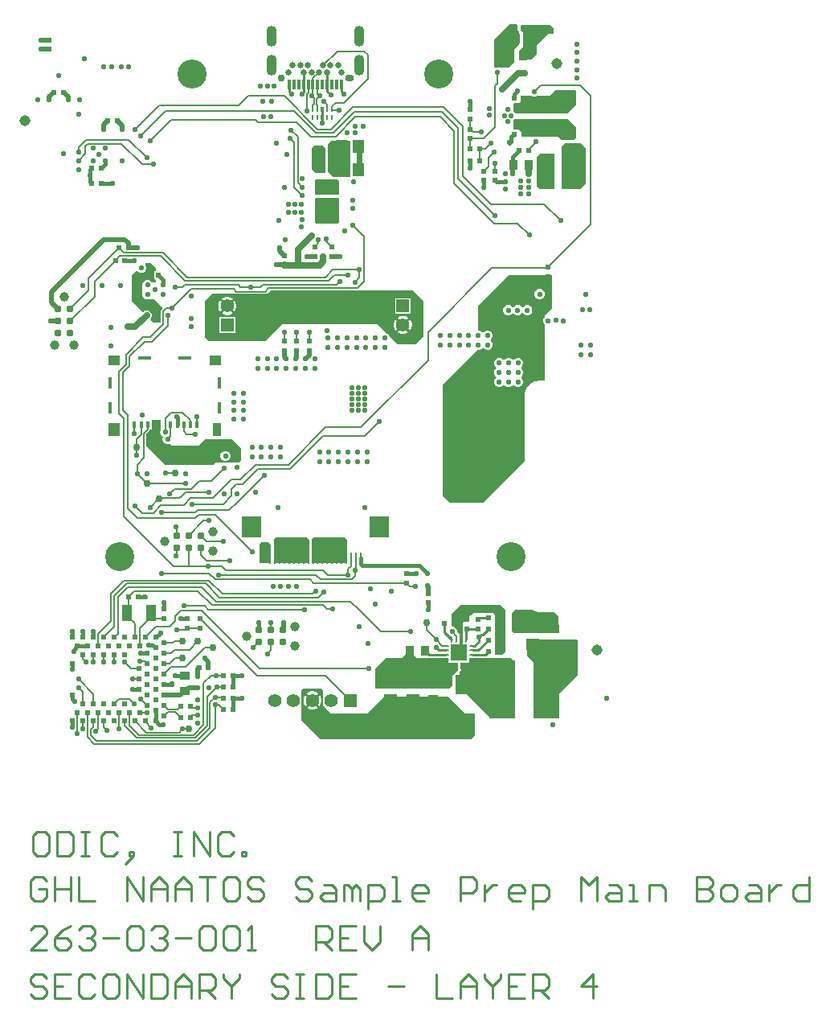
<source format=gbl>
G04*
G04 #@! TF.GenerationSoftware,Altium Limited,Altium Designer,24.9.1 (31)*
G04*
G04 Layer_Physical_Order=4*
G04 Layer_Color=16711680*
%FSLAX44Y44*%
%MOMM*%
G71*
G04*
G04 #@! TF.SameCoordinates,6C7A866E-41A3-4D12-9BD4-ECE58917465C*
G04*
G04*
G04 #@! TF.FilePolarity,Positive*
G04*
G01*
G75*
%ADD10C,0.2500*%
%ADD12C,0.2000*%
%ADD13C,0.1524*%
%ADD15C,0.1270*%
%ADD18C,0.2540*%
%ADD24R,0.6000X0.6000*%
%ADD25R,0.6000X0.6000*%
%ADD33R,1.0000X0.9500*%
%ADD45R,0.9500X1.0000*%
%ADD50R,1.4500X1.1500*%
%ADD132C,1.1430*%
%ADD133C,0.3810*%
%ADD134C,0.5000*%
%ADD136C,0.6350*%
%ADD137C,0.2400*%
%ADD138C,0.6000*%
%ADD139C,0.9906*%
%ADD140O,1.1000X2.2000*%
%ADD141C,0.6500*%
%ADD142O,0.9500X0.7500*%
%ADD143C,0.7500*%
%ADD144C,1.3970*%
%ADD145R,1.3970X1.3970*%
%ADD146R,1.3970X1.3970*%
%ADD147C,3.0480*%
%ADD148C,0.5588*%
%ADD149C,0.7620*%
%ADD150R,1.1500X1.4500*%
%ADD151R,0.3000X1.1000*%
%ADD152C,0.7874*%
%ADD153R,1.3000X1.4000*%
%ADD154R,0.4000X1.2000*%
%ADD155R,0.9500X1.4000*%
%ADD156R,0.4500X0.7000*%
%ADD157R,1.3000X1.0000*%
%ADD158R,1.4000X0.4000*%
%ADD159R,2.7000X6.2000*%
%ADD160R,2.0066X2.0066*%
%ADD161R,0.5080X0.5080*%
%ADD162R,0.5080X0.5080*%
%ADD163R,1.0000X1.8000*%
%ADD164R,1.6600X1.6600*%
G04:AMPARAMS|DCode=165|XSize=0.6mm|YSize=0.24mm|CornerRadius=0.06mm|HoleSize=0mm|Usage=FLASHONLY|Rotation=270.000|XOffset=0mm|YOffset=0mm|HoleType=Round|Shape=RoundedRectangle|*
%AMROUNDEDRECTD165*
21,1,0.6000,0.1200,0,0,270.0*
21,1,0.4800,0.2400,0,0,270.0*
1,1,0.1200,-0.0600,-0.2400*
1,1,0.1200,-0.0600,0.2400*
1,1,0.1200,0.0600,0.2400*
1,1,0.1200,0.0600,-0.2400*
%
%ADD165ROUNDEDRECTD165*%
G04:AMPARAMS|DCode=166|XSize=0.6mm|YSize=0.24mm|CornerRadius=0.06mm|HoleSize=0mm|Usage=FLASHONLY|Rotation=0.000|XOffset=0mm|YOffset=0mm|HoleType=Round|Shape=RoundedRectangle|*
%AMROUNDEDRECTD166*
21,1,0.6000,0.1200,0,0,0.0*
21,1,0.4800,0.2400,0,0,0.0*
1,1,0.1200,0.2400,-0.0600*
1,1,0.1200,-0.2400,-0.0600*
1,1,0.1200,-0.2400,0.0600*
1,1,0.1200,0.2400,0.0600*
%
%ADD166ROUNDEDRECTD166*%
%ADD167R,0.2000X0.5500*%
%ADD168R,0.4000X0.5500*%
%ADD169R,2.0000X2.2000*%
%ADD170R,0.2500X1.3000*%
%ADD171C,0.7000*%
G36*
X577000Y767000D02*
Y762000D01*
X576000Y761000D01*
X571000D01*
X559000Y749000D01*
Y740000D01*
X553000Y734000D01*
X540000D01*
Y743000D01*
X545000Y748000D01*
Y763000D01*
X542000Y766000D01*
Y770000D01*
X543000Y771000D01*
X573000D01*
X577000Y767000D01*
D02*
G37*
G36*
X538975Y770172D02*
X538941Y770000D01*
X538941Y770000D01*
Y766000D01*
X539174Y764829D01*
X539837Y763837D01*
X540000Y763674D01*
X540000Y750000D01*
X535000Y745000D01*
Y732000D01*
X529000Y726000D01*
X518426D01*
X518373Y726022D01*
X516251D01*
X516199Y726000D01*
X514000D01*
Y755000D01*
X530320Y771320D01*
X537998D01*
X538975Y770172D01*
D02*
G37*
G36*
X600373Y701354D02*
Y686354D01*
X591373Y677354D01*
X536982D01*
X536834Y677709D01*
X535334Y679210D01*
X534374Y679607D01*
Y687354D01*
X535373Y688354D01*
X540373D01*
X542374Y690354D01*
Y696354D01*
X553353D01*
X553416Y696291D01*
X555377Y695479D01*
X557499D01*
X559459Y696291D01*
X559522Y696354D01*
X572374D01*
X578373Y702354D01*
X599374D01*
X600373Y701354D01*
D02*
G37*
G36*
Y663354D02*
Y651354D01*
X598373Y649354D01*
X585373D01*
X581373Y653354D01*
X547374D01*
X540374Y660354D01*
X534374D01*
Y669768D01*
X535334Y670166D01*
X536522Y671354D01*
X592374D01*
X600373Y663354D01*
D02*
G37*
G36*
X335941Y641184D02*
Y617000D01*
X335941Y617000D01*
X336000Y616704D01*
Y614875D01*
X326000D01*
X322250Y618625D01*
X322250Y640875D01*
X325250Y643875D01*
X333250D01*
X335941Y641184D01*
D02*
G37*
G36*
X363000Y611000D02*
X345000D01*
X339000Y617000D01*
Y645000D01*
X343000Y649000D01*
X363000D01*
Y611000D01*
D02*
G37*
G36*
X611000Y641000D02*
Y604000D01*
X605000Y598000D01*
X585000D01*
Y642000D01*
X589000Y646000D01*
X606000D01*
X611000Y641000D01*
D02*
G37*
G36*
X578000Y598000D02*
X562000D01*
X559000Y601000D01*
Y632000D01*
X562000Y635000D01*
X578000D01*
Y598000D01*
D02*
G37*
G36*
X345000Y607941D02*
X345000Y607941D01*
X349059D01*
X351000Y606000D01*
X351000Y593000D01*
X350000Y592000D01*
X326000D01*
X325000Y593000D01*
X325000Y607000D01*
X326000Y608000D01*
X344704D01*
X345000Y607941D01*
D02*
G37*
G36*
X351000Y588000D02*
Y564000D01*
X349000Y562000D01*
X327000D01*
X325000Y564000D01*
Y588000D01*
X325951Y588951D01*
X326000Y588941D01*
X326000Y588941D01*
X350000D01*
X350000Y588941D01*
X350049Y588951D01*
X351000Y588000D01*
D02*
G37*
G36*
X157500Y515000D02*
X157500Y511770D01*
X155730D01*
Y503230D01*
X156602D01*
X157500Y502332D01*
Y500000D01*
X153531D01*
X153522Y500022D01*
X152021Y501522D01*
X150061Y502334D01*
X147939D01*
X145978Y501522D01*
X144478Y500022D01*
X143666Y498061D01*
Y484791D01*
X146791Y481666D01*
X155834D01*
X164505Y472995D01*
Y471435D01*
X163535Y470465D01*
X163086Y469793D01*
X162928Y469000D01*
X162928Y469000D01*
Y457928D01*
X162500Y457500D01*
X155000D01*
X151522Y460978D01*
X152522Y461979D01*
X153334Y463939D01*
Y466061D01*
X152522Y468022D01*
X151021Y469522D01*
X149061Y470334D01*
X146939D01*
X144979Y469522D01*
X143978Y468522D01*
X132500Y480000D01*
Y507500D01*
X137144Y512144D01*
X137978Y511978D01*
X139479Y510478D01*
X141439Y509666D01*
X143561D01*
X145521Y510478D01*
X147022Y511979D01*
X147834Y513939D01*
Y516061D01*
X147022Y518022D01*
X146313Y518730D01*
X146840Y520000D01*
X152500D01*
X157500Y515000D01*
D02*
G37*
G36*
X429000Y491000D02*
X440000Y480000D01*
X440000Y443000D01*
X432000Y435000D01*
X412000D01*
X403906Y443094D01*
X403522Y444021D01*
X402021Y445522D01*
X401094Y445906D01*
X391000Y456000D01*
X291000D01*
X273000Y438000D01*
X213000Y438000D01*
X209000Y442000D01*
X209000Y480000D01*
X217000Y488000D01*
X242139Y488000D01*
X242500Y487928D01*
X242500Y487928D01*
X272500D01*
X272500Y487928D01*
X272861Y488000D01*
X275500D01*
X278500Y491000D01*
X429000Y491000D01*
D02*
G37*
G36*
X575000Y472500D02*
X567500Y465000D01*
Y463543D01*
X566478Y462522D01*
X565666Y460561D01*
Y458439D01*
X566478Y456479D01*
X567500Y455457D01*
Y396166D01*
X561340D01*
X560841Y396101D01*
X560339Y396117D01*
X559358Y396019D01*
X559202Y395982D01*
X559042D01*
X557923Y395682D01*
X556795Y395418D01*
X556654Y395342D01*
X556499Y395301D01*
X554668Y394542D01*
X554095Y394212D01*
X553485Y393959D01*
X552960Y393556D01*
X552388Y393226D01*
X551920Y392758D01*
X551396Y392356D01*
X549994Y390954D01*
X549592Y390430D01*
X549124Y389962D01*
X548794Y389390D01*
X548391Y388865D01*
X548138Y388255D01*
X547808Y387682D01*
X547049Y385851D01*
X547006Y385690D01*
X546928Y385544D01*
X546666Y384421D01*
X546368Y383308D01*
Y383141D01*
X546330Y382979D01*
X546232Y381988D01*
X546249Y381492D01*
X546184Y381001D01*
X546180Y311180D01*
X502500Y267500D01*
X467500D01*
X460000Y275000D01*
Y392500D01*
X496227Y428727D01*
X496375Y428666D01*
X498497D01*
X500458Y429478D01*
X501662Y430683D01*
X502436Y430866D01*
X503210Y430683D01*
X504415Y429478D01*
X506375Y428666D01*
X508497D01*
X510458Y429478D01*
X511958Y430979D01*
X512770Y432939D01*
Y435061D01*
X511958Y437021D01*
X510754Y438226D01*
X510571Y439000D01*
X510754Y439774D01*
X511958Y440979D01*
X512770Y442939D01*
Y445061D01*
X511958Y447021D01*
X510458Y448522D01*
X508497Y449334D01*
X506375D01*
X504415Y448522D01*
X503210Y447317D01*
X502436Y447135D01*
X501662Y447317D01*
X500458Y448522D01*
X498497Y449334D01*
X497500D01*
Y475000D01*
X530000Y507500D01*
X575000D01*
Y472500D01*
D02*
G37*
G36*
X162500Y344367D02*
X162166Y343561D01*
Y341439D01*
X162500Y340633D01*
Y340000D01*
X162947Y339552D01*
X162978Y339478D01*
X164478Y337978D01*
X164552Y337947D01*
X165185Y337315D01*
X164666Y336061D01*
Y333939D01*
X165478Y331978D01*
X166978Y330478D01*
X168939Y329666D01*
X171061D01*
X172315Y330185D01*
X175000Y327500D01*
X202500D01*
X210000Y335000D01*
X237500D01*
X247500Y325000D01*
Y312500D01*
X245000Y310000D01*
X244868D01*
X244061Y310334D01*
X241939D01*
X241132Y310000D01*
X220000Y310000D01*
X217500Y307500D01*
X167500D01*
X147500Y327500D01*
Y340570D01*
X150665Y343735D01*
X150665Y343735D01*
X150934Y344138D01*
X151114Y344407D01*
X151232Y345000D01*
X153450D01*
Y355000D01*
X162500D01*
X162500Y344367D01*
D02*
G37*
G36*
X359000Y229000D02*
Y204000D01*
X322059D01*
Y229000D01*
X322059Y229000D01*
X322049Y229049D01*
X324000Y231000D01*
X357000D01*
X359000Y229000D01*
D02*
G37*
G36*
X319000Y229000D02*
Y204000D01*
X282000D01*
X282000Y229000D01*
X284000Y231000D01*
X317000D01*
X319000Y229000D01*
D02*
G37*
G36*
X278941Y223059D02*
X278941Y204000D01*
X268000D01*
X267000Y205000D01*
Y224000D01*
X269000Y226000D01*
X276000D01*
X278941Y223059D01*
D02*
G37*
G36*
X554840Y154784D02*
X555412Y154454D01*
X557244Y153695D01*
X557404Y153652D01*
X557551Y153574D01*
X558674Y153312D01*
X559787Y153014D01*
X559953D01*
X560115Y152976D01*
X561106Y152879D01*
X561603Y152895D01*
X562095Y152830D01*
X577170D01*
X582000Y148000D01*
Y131000D01*
X535000D01*
X533000Y133000D01*
Y152000D01*
X536000Y155000D01*
X554320D01*
X554840Y154784D01*
D02*
G37*
G36*
X526000Y155000D02*
Y111000D01*
X523000Y108000D01*
X515000D01*
Y150000D01*
X513000Y152000D01*
X493000D01*
X490000Y149000D01*
X489000D01*
X481000Y141000D01*
Y139270D01*
X480730D01*
Y130730D01*
X481000D01*
Y117500D01*
X478000D01*
Y130000D01*
X475334Y132666D01*
Y133061D01*
X474522Y135021D01*
X473022Y136522D01*
X471061Y137334D01*
X470666D01*
X469000Y139000D01*
Y150000D01*
X479000Y160000D01*
X521000D01*
X526000Y155000D01*
D02*
G37*
G36*
X429000Y108000D02*
X433000Y104000D01*
X466000D01*
Y99000D01*
X476000D01*
Y92000D01*
X470000Y86000D01*
X470000Y75000D01*
X467000Y72000D01*
X456000D01*
X390000Y72000D01*
X389000Y73000D01*
X389000Y93000D01*
X400000Y104000D01*
X417000D01*
X421000Y108000D01*
Y116000D01*
X429000D01*
Y108000D01*
D02*
G37*
G36*
X602000Y123000D02*
Y87000D01*
X580000Y65000D01*
Y41000D01*
X556000D01*
Y100000D01*
X549000Y107000D01*
Y124000D01*
X601000D01*
X602000Y123000D01*
D02*
G37*
G36*
X534000Y102000D02*
Y69000D01*
Y41000D01*
X511000D01*
X484000Y68000D01*
X478000D01*
Y89674D01*
X478163Y89837D01*
X478826Y90829D01*
X479059Y92000D01*
X479059Y92000D01*
Y99000D01*
X488000D01*
Y104000D01*
X532000D01*
X534000Y102000D01*
D02*
G37*
G36*
X334000Y70000D02*
X334000Y54000D01*
X342000Y46000D01*
X380000Y46000D01*
X398000Y64000D01*
X466000D01*
X494000Y36000D01*
Y23000D01*
X490000Y19000D01*
X331000D01*
X311000Y39000D01*
Y70000D01*
X313000Y72000D01*
X332000Y72000D01*
X334000Y70000D01*
D02*
G37*
%LPC*%
G36*
X234254Y484525D02*
X231746D01*
X229323Y483876D01*
X227166Y482630D01*
X233000Y476796D01*
X238834Y482630D01*
X236677Y483876D01*
X234254Y484525D01*
D02*
G37*
G36*
X225370Y480834D02*
X224124Y478676D01*
X223475Y476254D01*
Y473746D01*
X224124Y471324D01*
X225370Y469166D01*
X231204Y475000D01*
X225370Y480834D01*
D02*
G37*
G36*
X240630Y480834D02*
X234796Y475000D01*
X240630Y469166D01*
X241876Y471324D01*
X242525Y473746D01*
Y476254D01*
X241876Y478676D01*
X240630Y480834D01*
D02*
G37*
G36*
X426255Y483255D02*
X409745D01*
Y476087D01*
Y473913D01*
Y466745D01*
X426255D01*
Y483255D01*
D02*
G37*
G36*
X233000Y473204D02*
X227166Y467370D01*
X229323Y466124D01*
X231746Y465475D01*
X234254D01*
X236677Y466124D01*
X238834Y467370D01*
X233000Y473204D01*
D02*
G37*
G36*
X419254Y464525D02*
X416746D01*
X414324Y463876D01*
X412166Y462630D01*
X418000Y456796D01*
X423834Y462630D01*
X421676Y463876D01*
X419254Y464525D01*
D02*
G37*
G36*
X410370Y460834D02*
X409124Y458676D01*
X408475Y456254D01*
Y453746D01*
X409124Y451324D01*
X410370Y449166D01*
X416204Y455000D01*
X410370Y460834D01*
D02*
G37*
G36*
X425630Y460834D02*
X419796Y455000D01*
X425630Y449166D01*
X426876Y451324D01*
X427525Y453746D01*
Y456254D01*
X426876Y458676D01*
X425630Y460834D01*
D02*
G37*
G36*
X241255Y463255D02*
X224745D01*
Y456087D01*
Y453913D01*
Y446745D01*
X241255D01*
Y463255D01*
D02*
G37*
G36*
X418000Y453204D02*
X412166Y447370D01*
X414324Y446124D01*
X416746Y445475D01*
X419254D01*
X421676Y446124D01*
X423834Y447370D01*
X418000Y453204D01*
D02*
G37*
G36*
X563061Y492834D02*
X560939D01*
X558979Y492022D01*
X557478Y490521D01*
X556666Y488561D01*
Y486439D01*
X557478Y484478D01*
X558979Y482978D01*
X560939Y482166D01*
X563061D01*
X565022Y482978D01*
X566522Y484478D01*
X567334Y486439D01*
Y488561D01*
X566522Y490521D01*
X565022Y492022D01*
X563061Y492834D01*
D02*
G37*
G36*
X550061Y475834D02*
X547939D01*
X545979Y475022D01*
X544774Y473817D01*
X544000Y473634D01*
X543226Y473817D01*
X542021Y475022D01*
X540061Y475834D01*
X537939D01*
X535979Y475022D01*
X534774Y473817D01*
X534000Y473634D01*
X533226Y473817D01*
X532021Y475022D01*
X530061Y475834D01*
X527939D01*
X525979Y475022D01*
X524478Y473521D01*
X523666Y471561D01*
Y469439D01*
X524478Y467478D01*
X525979Y465978D01*
X527939Y465166D01*
X530061D01*
X532021Y465978D01*
X533226Y467183D01*
X534000Y467365D01*
X534774Y467183D01*
X535979Y465978D01*
X537939Y465166D01*
X540061D01*
X542021Y465978D01*
X543226Y467183D01*
X544000Y467365D01*
X544774Y467183D01*
X545979Y465978D01*
X547939Y465166D01*
X550061D01*
X552021Y465978D01*
X553522Y467478D01*
X554334Y469439D01*
Y471561D01*
X553522Y473521D01*
X552021Y475022D01*
X550061Y475834D01*
D02*
G37*
G36*
X540497Y420334D02*
X538375D01*
X536415Y419522D01*
X535210Y418317D01*
X534436Y418134D01*
X533662Y418317D01*
X532458Y419522D01*
X530497Y420334D01*
X528375D01*
X526415Y419522D01*
X525210Y418317D01*
X524436Y418134D01*
X523662Y418317D01*
X522458Y419522D01*
X520497Y420334D01*
X518375D01*
X516415Y419522D01*
X514914Y418022D01*
X514102Y416061D01*
Y413939D01*
X514914Y411979D01*
X516119Y410774D01*
X516302Y410000D01*
X516119Y409226D01*
X514914Y408022D01*
X514102Y406061D01*
Y403939D01*
X514914Y401979D01*
X516119Y400774D01*
X516302Y400000D01*
X516119Y399226D01*
X514914Y398022D01*
X514102Y396061D01*
Y393939D01*
X514914Y391979D01*
X516415Y390478D01*
X518375Y389666D01*
X520497D01*
X522458Y390478D01*
X523662Y391683D01*
X524436Y391866D01*
X525210Y391683D01*
X526415Y390478D01*
X528375Y389666D01*
X530497D01*
X532458Y390478D01*
X533662Y391683D01*
X534436Y391866D01*
X535210Y391683D01*
X536415Y390478D01*
X538375Y389666D01*
X540497D01*
X542458Y390478D01*
X543958Y391979D01*
X544770Y393939D01*
Y396061D01*
X543958Y398022D01*
X542754Y399226D01*
X542571Y400000D01*
X542754Y400774D01*
X543958Y401979D01*
X544770Y403939D01*
Y406061D01*
X543958Y408022D01*
X542754Y409226D01*
X542571Y410000D01*
X542754Y410774D01*
X543958Y411979D01*
X544770Y413939D01*
Y416061D01*
X543958Y418022D01*
X542458Y419522D01*
X540497Y420334D01*
D02*
G37*
G36*
X232061Y322334D02*
X229939D01*
X227979Y321522D01*
X226478Y320022D01*
X225666Y318061D01*
Y315939D01*
X226478Y313979D01*
X227979Y312478D01*
X229939Y311666D01*
X232061D01*
X234022Y312478D01*
X235522Y313979D01*
X236334Y315939D01*
Y318061D01*
X235522Y320022D01*
X234022Y321522D01*
X232061Y322334D01*
D02*
G37*
G36*
X323912Y69275D02*
X321404D01*
X318981Y68626D01*
X316824Y67380D01*
X322658Y61546D01*
X328492Y67380D01*
X326334Y68626D01*
X323912Y69275D01*
D02*
G37*
G36*
X315028Y65584D02*
X313782Y63426D01*
X313133Y61004D01*
Y58496D01*
X313782Y56073D01*
X315028Y53916D01*
X320862Y59750D01*
X315028Y65584D01*
D02*
G37*
G36*
X330288Y65584D02*
X324454Y59750D01*
X330288Y53916D01*
X331534Y56073D01*
X332183Y58496D01*
Y61004D01*
X331534Y63426D01*
X330288Y65584D01*
D02*
G37*
G36*
X322658Y57954D02*
X316824Y52120D01*
X318981Y50874D01*
X321404Y50225D01*
X323912D01*
X326334Y50874D01*
X328492Y52120D01*
X322658Y57954D01*
D02*
G37*
%LPD*%
D10*
X333000Y667000D02*
Y682250D01*
Y667000D02*
X333000Y667000D01*
X298200Y700800D02*
X301000Y698000D01*
X298200Y700800D02*
Y707900D01*
X353200Y700800D02*
X356000Y698000D01*
X353200Y700800D02*
Y707900D01*
X432000Y193000D02*
X432000Y193000D01*
X313200Y699200D02*
Y707900D01*
X312000Y698000D02*
X313200Y699200D01*
X338200Y700800D02*
X342000Y697000D01*
X338200Y700800D02*
Y707900D01*
X313200Y720500D02*
X313700Y721000D01*
X313200Y707900D02*
Y720500D01*
X337700Y721000D02*
X338200Y720500D01*
Y707900D02*
Y720500D01*
D12*
X443000Y134000D02*
X453000Y124000D01*
X443000Y134000D02*
Y142000D01*
X265000Y668000D02*
X306161D01*
X321161Y653000D01*
X347000D01*
X368000Y674000D02*
X457000D01*
X347000Y653000D02*
X368000Y674000D01*
X457000D02*
X472000Y659000D01*
X459000Y679000D02*
X476000Y662000D01*
X367000Y679000D02*
X459000D01*
X345000Y657000D02*
X367000Y679000D01*
X461000Y684000D02*
X481250Y663750D01*
X342000Y661000D02*
X365000Y684000D01*
X461000D01*
X328000Y661000D02*
X342000D01*
X293000Y696000D02*
X328000Y661000D01*
X326000Y657000D02*
X345000D01*
X245000Y686000D02*
X255000Y696000D01*
X136000Y661000D02*
X161000Y686000D01*
X245000D01*
X255000Y696000D02*
X293000D01*
X168000Y680000D02*
X303000D01*
X326000Y657000D01*
X142000Y654000D02*
X168000Y680000D01*
X173500Y670500D02*
X262500D01*
X265000Y668000D01*
X152000Y649000D02*
X173500Y670500D01*
X472000Y604000D02*
Y659000D01*
Y604000D02*
X514000Y562000D01*
X476000Y609000D02*
Y662000D01*
Y609000D02*
X515000Y570000D01*
X481250Y611750D02*
Y663750D01*
Y611750D02*
X498064Y594936D01*
X514000Y562000D02*
X539000D01*
X567000Y582000D02*
X584000Y565000D01*
X511000Y582000D02*
X567000D01*
X498064Y594936D02*
X511000Y582000D01*
X498064Y594936D02*
X498064D01*
X539000Y562000D02*
X551000Y550000D01*
X453000Y124000D02*
X459500Y117500D01*
X463000D01*
D13*
X186000Y30000D02*
X192000D01*
X168000Y299000D02*
X178000D01*
X142200Y339700D02*
Y350100D01*
X137500Y335000D02*
X142200Y339700D01*
X145000Y341000D02*
X149200Y345200D01*
X138000Y308000D02*
X145000Y315000D01*
Y341000D01*
X163000Y265000D02*
X187000D01*
X155000Y257000D02*
X163000Y265000D01*
X187000D02*
X194500Y272500D01*
X152000Y263000D02*
X161500Y272500D01*
X145500Y437500D02*
X153500D01*
X170000Y454000D02*
Y465000D01*
X153500Y437500D02*
X170000Y454000D01*
X165000Y456000D02*
Y469000D01*
X151500Y442500D02*
X165000Y456000D01*
X144500Y442500D02*
X151500D01*
X126000Y413000D02*
Y424000D01*
X144500Y442500D01*
X129794Y421794D02*
X145500Y437500D01*
X129794Y411794D02*
Y421794D01*
X119000Y406000D02*
X126000Y413000D01*
X123000Y365000D02*
Y405000D01*
X129794Y411794D01*
X119000Y362000D02*
Y406000D01*
X188000Y497000D02*
X245000D01*
X247000Y495000D01*
X257500D01*
X270000Y497500D02*
X348500D01*
X267500Y495000D02*
X270000Y497500D01*
X257500Y495000D02*
X267500D01*
X272500Y490000D02*
X276500Y494000D01*
X348500Y497500D02*
X352000Y501000D01*
X276500Y494000D02*
X370088D01*
X242500Y490000D02*
X272500D01*
X239500Y493000D02*
X242500Y490000D01*
X195000Y493000D02*
X239500D01*
X165000Y469000D02*
X169000Y473000D01*
X188156Y501844D02*
X339844D01*
X162500Y527500D02*
X188156Y501844D01*
X191000Y505000D02*
X336000D01*
X165000Y531000D02*
X191000Y505000D01*
X120000Y527500D02*
X162500D01*
X186000Y495000D02*
X188000Y497000D01*
X178000Y495000D02*
X186000D01*
X115000Y522500D02*
X120000Y527500D01*
X93000Y484650D02*
Y500500D01*
X110000Y517500D01*
X115000Y522500D01*
X367500Y500000D02*
X372000Y504500D01*
Y513000D01*
X370088Y494000D02*
X377000Y500913D01*
X339844Y501844D02*
X345500Y507500D01*
X360000D01*
X124000Y531000D02*
X165000D01*
X119000Y536000D02*
X124000Y531000D01*
X570000Y515000D02*
X615741Y560741D01*
Y589741D01*
X512000Y515000D02*
X570000D01*
X444500Y447500D02*
X512000Y515000D01*
X307174Y638777D02*
Y652826D01*
X300000Y660000D02*
X307174Y652826D01*
X299000Y651000D02*
X303000Y647000D01*
Y600000D02*
Y647000D01*
X203000Y290500D02*
X216500D01*
X195000Y282500D02*
X203000Y290500D01*
X216500D02*
X230000Y304000D01*
X188750Y278750D02*
X213750D01*
X184706Y274706D02*
X188750Y278750D01*
X161500Y272500D02*
X182500D01*
X184706Y274706D01*
X172500Y277500D02*
X177500Y282500D01*
X195000D01*
X247000Y292000D02*
X247000D01*
X247000D02*
X247000Y292000D01*
X194500Y272500D02*
X217500D01*
X615741Y696259D02*
Y696593D01*
X247000Y292000D02*
Y292000D01*
X217500Y272500D02*
X237000Y292000D01*
X247000D01*
X242500Y287500D02*
X249500D01*
X237500Y282500D02*
X242500Y287500D01*
X249500D02*
X265000Y303000D01*
X237500Y275000D02*
Y282500D01*
X228500Y266000D02*
X237500Y275000D01*
X196000Y266000D02*
X228500D01*
X244000Y269000D02*
X272000Y297000D01*
X235000Y260000D02*
X244000Y269000D01*
X201500Y260000D02*
X235000D01*
X199500Y258000D02*
X201500Y260000D01*
X164000Y258000D02*
X199500D01*
X202500Y255000D02*
X220000D01*
X138130Y251870D02*
X199370D01*
X202500Y255000D01*
X149200Y345200D02*
Y350100D01*
X137500Y317500D02*
Y335000D01*
X173200Y338200D02*
Y350100D01*
X170000Y335000D02*
X173200Y338200D01*
X187200Y342800D02*
X190000Y340000D01*
X199000D01*
X167500Y342500D02*
X168000Y343000D01*
Y357000D01*
X189000Y95000D02*
X209000Y115000D01*
X174000Y95000D02*
X189000D01*
X209000Y115000D02*
X218000D01*
X67350Y459000D02*
X93000Y484650D01*
X87000Y491350D02*
Y504000D01*
X67350Y471700D02*
X87000Y491350D01*
Y504000D02*
X119000Y536000D01*
X307174Y604826D02*
Y638777D01*
X303000Y600000D02*
X312000Y591000D01*
X307174Y604826D02*
X312074Y599926D01*
X604646Y707354D02*
X615741Y696259D01*
Y589741D02*
Y696259D01*
X562979Y707354D02*
X604646D01*
X247000Y292000D02*
X263000Y308000D01*
X374000Y347000D02*
X444500Y417500D01*
X336000Y347000D02*
X374000D01*
X297000Y308000D02*
X336000Y347000D01*
X334000Y338000D02*
X378000D01*
X299000Y303000D02*
X334000Y338000D01*
X378000D02*
X393000Y353000D01*
X319000Y438000D02*
Y447000D01*
X306000Y438000D02*
Y447000D01*
X293000Y438000D02*
Y447000D01*
X336000Y505000D02*
X344000Y513000D01*
X372000D01*
X377000Y500913D02*
Y548000D01*
X175000Y473000D02*
X195000Y493000D01*
X228500Y74000D02*
X229000Y73500D01*
X365000Y560000D02*
X377000Y548000D01*
X329000Y541000D02*
Y545000D01*
X325000Y537000D02*
X329000Y541000D01*
X337132Y542868D02*
Y545868D01*
Y542868D02*
X343000Y537000D01*
Y681000D02*
X343000Y681000D01*
X351000D01*
X492000Y658000D02*
X501000D01*
X489000Y661000D02*
X492000Y658000D01*
X83000Y643000D02*
X85826Y645826D01*
X83000Y635000D02*
Y643000D01*
X76000Y628000D02*
X83000Y635000D01*
X85826Y645826D02*
X121174D01*
X143000Y624000D01*
X84000Y650000D02*
X129000D01*
X148000Y631000D01*
X76000Y642000D02*
X84000Y650000D01*
X76000Y637000D02*
Y642000D01*
X143000Y624000D02*
X155000D01*
X356000Y689000D02*
X381000Y714000D01*
X347000Y689000D02*
X356000D01*
X381000Y714000D02*
Y739000D01*
X343000Y682000D02*
Y685000D01*
X347000Y689000D01*
X343000Y681000D02*
Y682000D01*
X317000Y680000D02*
Y698000D01*
X318200Y699200D01*
X335000Y690000D02*
X338000Y687000D01*
Y682250D02*
Y687000D01*
X377000Y743000D02*
X381000Y739000D01*
X348700Y743000D02*
X377000D01*
X333700Y728000D02*
X348700Y743000D01*
X318200Y699200D02*
Y707900D01*
X169000Y473000D02*
X175000D01*
X119000Y362000D02*
X124000Y357000D01*
X128000Y262000D02*
Y360000D01*
X123000Y365000D02*
X128000Y360000D01*
X124000Y253000D02*
Y357000D01*
X192000Y201000D02*
X213000D01*
X192000D02*
Y220650D01*
X176000Y201000D02*
X192000D01*
X128000Y262000D02*
X138130Y251870D01*
X124000Y253000D02*
X176000Y201000D01*
X220000Y255000D02*
X259000Y216000D01*
X143000Y257000D02*
X155000D01*
X136000Y264000D02*
X143000Y257000D01*
X263000Y308000D02*
X297000D01*
X148000Y288000D02*
X189000D01*
X138000Y298000D02*
X148000Y288000D01*
X220000Y187000D02*
X320000D01*
X214000Y193000D02*
X220000Y187000D01*
X320000D02*
X324000Y183000D01*
X138000Y298000D02*
Y308000D01*
X168000Y357000D02*
X174000Y363000D01*
X187200Y342800D02*
Y350100D01*
X265000Y303000D02*
X299000D01*
X444500Y417500D02*
Y447500D01*
X174000Y363000D02*
X186000D01*
X194200Y350100D02*
Y354800D01*
X186000Y363000D02*
X194200Y354800D01*
X201000Y358000D02*
X201200Y357800D01*
Y350100D02*
Y357800D01*
X135200Y341200D02*
Y350100D01*
X135000Y341000D02*
X135200Y341200D01*
X227000Y201000D02*
X231000Y197000D01*
X213000Y201000D02*
X227000D01*
X339000Y192000D02*
X360000D01*
X334000Y197000D02*
X339000Y192000D01*
X364000Y187000D02*
X368000Y191000D01*
X331000Y187000D02*
X364000D01*
X368000Y191000D02*
Y197000D01*
X326000Y192000D02*
X331000Y187000D01*
X360000Y192000D02*
Y198000D01*
X363250Y201250D02*
Y209710D01*
X360000Y198000D02*
X363250Y201250D01*
X324000Y183000D02*
X422000D01*
X231000Y197000D02*
X334000D01*
X224000Y192000D02*
X326000D01*
X368250Y197250D02*
Y209710D01*
X368000Y197000D02*
X368250Y197250D01*
X422000Y183000D02*
X425000Y180000D01*
X431000D01*
X164000Y193000D02*
X214000D01*
X370826Y156174D02*
X395000Y132000D01*
X426000D01*
X363000Y164000D02*
X370826Y156174D01*
X350000Y164000D02*
X363000D01*
X334000Y160000D02*
X338000Y156000D01*
X344000D01*
X221000Y164000D02*
X350000D01*
X217000Y160000D02*
X334000D01*
X225000Y168000D02*
X329000D01*
X335000Y174000D01*
X206000Y154000D02*
X267000Y93000D01*
X382000D01*
X228000Y172000D02*
X323000D01*
X326000Y175000D01*
X214000Y186000D02*
X228000Y172000D01*
X210000Y183000D02*
X225000Y168000D01*
X206000Y179000D02*
X221000Y164000D01*
X202000Y175000D02*
X217000Y160000D01*
X209000Y159000D02*
X213000Y155000D01*
X314000D01*
X187000Y159000D02*
X209000D01*
X184000Y154000D02*
X206000D01*
X124000Y186000D02*
X214000D01*
X127000Y183000D02*
X210000D01*
X128000Y179000D02*
X206000D01*
X135000Y175000D02*
X202000D01*
X178000Y148000D02*
X184000Y154000D01*
X264000Y86000D02*
X336408D01*
X204000Y146000D02*
X264000Y86000D01*
X336408D02*
X362658Y59750D01*
X207650Y249000D02*
X214000D01*
X192000Y233350D02*
X207650Y249000D01*
X204700Y233350D02*
X211050Y227000D01*
X217000D01*
X217837D02*
X229000D01*
X217000D02*
X217837D01*
X204700Y212908D02*
Y220650D01*
Y212908D02*
X210804Y206804D01*
X235804D01*
X236000Y207000D01*
X178000Y143000D02*
Y148000D01*
X172000Y137000D02*
X178000Y143000D01*
X157500Y137000D02*
X172000D01*
X146500Y126000D02*
X157500Y137000D01*
X179300Y233350D02*
Y241700D01*
X179000Y242000D02*
X179300Y241700D01*
Y212300D02*
Y220650D01*
X179000Y212000D02*
X179300Y212300D01*
X278700Y141700D02*
X279000Y142000D01*
X278700Y133700D02*
Y141700D01*
X275000Y109000D02*
X278700Y112700D01*
Y121000D01*
X208000Y78000D02*
X216000Y86000D01*
X221000D01*
X208000Y34000D02*
Y78000D01*
X221000Y86000D02*
X229000D01*
X222000Y74000D02*
X228500D01*
X229000Y73500D02*
Y74000D01*
X220000Y63000D02*
X228000D01*
X229000Y62000D01*
X212000Y33000D02*
Y64000D01*
X222000Y74000D01*
X89174Y22826D02*
X95000Y17000D01*
X89174Y22826D02*
Y28999D01*
X86000Y21000D02*
Y47000D01*
Y21000D02*
X92794Y14206D01*
X147500Y26000D02*
X182000D01*
X135500Y38000D02*
X147500Y26000D01*
X220000Y31000D02*
Y55000D01*
X92794Y14206D02*
X203206D01*
X220000Y31000D01*
X199364Y20364D02*
X212000Y33000D01*
X137636Y20364D02*
X199364D01*
X200903Y17000D02*
X214794Y30891D01*
X95000Y17000D02*
X200903D01*
X139842Y23158D02*
X197158D01*
X208000Y34000D01*
X224000Y55000D02*
X229000Y50000D01*
X220000Y55000D02*
X224000D01*
X214794Y57794D02*
X220000Y63000D01*
X214794Y30891D02*
Y57794D01*
X189000Y134000D02*
X191000Y136000D01*
X180000Y134000D02*
X189000D01*
X191000Y136000D02*
X204000D01*
X80500Y56000D02*
Y68500D01*
X76000Y73000D02*
X80500Y68500D01*
X91500Y56000D02*
Y66500D01*
X76000Y82000D02*
X91500Y66500D01*
X125000Y100000D02*
X131856Y93144D01*
X139356D02*
X139500Y93000D01*
X131856Y93144D02*
X139356D01*
X470000Y132000D02*
X474500Y127500D01*
Y124000D02*
Y127500D01*
X110000Y172000D02*
X124000Y186000D01*
X114000Y170000D02*
X127000Y183000D01*
X117627Y168627D02*
X128000Y179000D01*
X129000Y169000D02*
X135000Y175000D01*
X80500Y103500D02*
Y108000D01*
Y103500D02*
X84000Y100000D01*
X118500Y61000D02*
X130000D01*
X135000Y56000D01*
X141000Y101000D02*
X146000D01*
X130000Y33000D02*
X139842Y23158D01*
X124500Y33500D02*
X137636Y20364D01*
X91500Y31325D02*
Y38000D01*
X89174Y28999D02*
X91500Y31325D01*
X94000Y27000D02*
X97000Y30000D01*
Y47000D01*
X75000Y25000D02*
Y47000D01*
X75000Y25000D02*
X75000Y25000D01*
X260000Y115000D02*
X266000Y121000D01*
X102500Y31500D02*
Y38000D01*
Y31500D02*
X106000Y28000D01*
X127500Y152000D02*
X129000Y153500D01*
Y169000D01*
X127500Y148500D02*
X135500Y140500D01*
X127500Y148500D02*
Y152000D01*
X135500Y126000D02*
Y140500D01*
X97000Y130000D02*
X110000Y143000D01*
Y172000D01*
X97000Y117000D02*
Y130000D01*
X114000Y137500D02*
Y170000D01*
X117627Y130127D02*
Y168627D01*
X102500Y126000D02*
X114000Y137500D01*
X113500Y126000D02*
X117627Y130127D01*
X152500Y147500D02*
Y152000D01*
Y149500D02*
Y152000D01*
X156000Y146000D02*
X166000D01*
X152500Y149500D02*
X156000Y146000D01*
X182000Y26000D02*
X186000Y30000D01*
X119000Y30000D02*
Y47000D01*
X146500Y37500D02*
Y38000D01*
Y37500D02*
X153000Y31000D01*
X130000Y33000D02*
Y47000D01*
X124500Y33500D02*
Y38000D01*
X141000Y47000D02*
X148000D01*
X80500Y30500D02*
X81000Y30000D01*
X80500Y30500D02*
Y38000D01*
X142000Y61000D02*
X148500Y54500D01*
X148500D01*
X166500Y87500D02*
X174000Y95000D01*
X146000Y101000D02*
X148500Y98500D01*
X133000Y82000D02*
X139500D01*
X186000Y113000D02*
X193000D01*
X202000Y122000D01*
X172500Y98500D02*
X178000Y104000D01*
X166500Y98500D02*
X172500D01*
X178000Y104000D02*
X186000D01*
X177000Y113000D02*
X186000D01*
X173500Y109500D02*
X177000Y113000D01*
X166500Y109500D02*
X173500D01*
X166500Y120500D02*
X175500D01*
X177000Y122000D01*
X186000D01*
X141000Y117000D02*
Y136000D01*
X152500Y147500D01*
X102500Y100500D02*
Y108000D01*
X113500Y100500D02*
Y108000D01*
X91500Y100500D02*
Y108000D01*
X113500Y56000D02*
X118500Y61000D01*
X505000Y640000D02*
X511000Y646000D01*
X499000Y640000D02*
X505000D01*
X499000Y628000D02*
Y640000D01*
X515000Y617000D02*
Y625000D01*
X489000Y640000D02*
Y651000D01*
X503000D01*
X514813Y662812D02*
Y706813D01*
X503000Y651000D02*
X514813Y662812D01*
X489000Y661000D02*
Y672000D01*
X514813Y706813D02*
X517313Y709313D01*
Y720688D01*
X550312Y639293D02*
X558373Y647354D01*
X550312Y638688D02*
Y639293D01*
X556437Y700813D02*
X562979Y707354D01*
D15*
X196000Y52000D02*
X202000D01*
X194000Y54000D02*
X196000Y52000D01*
X326970Y687030D02*
Y692970D01*
X328000Y682250D02*
Y686000D01*
X326970Y687030D02*
X328000Y686000D01*
X328200Y697800D02*
Y707900D01*
X326970Y692970D02*
X330000Y696000D01*
X328200Y697800D02*
X330000Y696000D01*
X196000Y44000D02*
X202000D01*
X194000Y42000D02*
X196000Y44000D01*
X323000Y686000D02*
X324430Y687430D01*
X323000Y682250D02*
Y686000D01*
X324430Y687430D02*
Y693570D01*
X322000Y696000D02*
X323200Y697200D01*
X322000Y696000D02*
X322000D01*
X323200Y707900D02*
Y714500D01*
Y697200D02*
Y707900D01*
X322000Y696000D02*
X324430Y693570D01*
X323200Y714500D02*
X329700Y721000D01*
X178270Y47730D02*
X184000Y42000D01*
X170730Y47730D02*
X178270D01*
X180270Y50270D02*
X184000Y54000D01*
X170730Y50270D02*
X180270D01*
X166500Y54500D02*
X170730Y50270D01*
X166500Y43500D02*
X170730Y47730D01*
X508000Y631000D02*
X514000Y637000D01*
X508000Y622000D02*
Y631000D01*
X503000Y617000D02*
X508000Y622000D01*
D18*
X42732Y-232750D02*
X38500Y-228519D01*
X30036D01*
X25804Y-232750D01*
Y-236982D01*
X30036Y-241215D01*
X38500D01*
X42732Y-245446D01*
Y-249678D01*
X38500Y-253910D01*
X30036D01*
X25804Y-249678D01*
X68124Y-228519D02*
X51196D01*
Y-253910D01*
X68124D01*
X51196Y-241215D02*
X59660D01*
X93516Y-232750D02*
X89284Y-228519D01*
X80820D01*
X76588Y-232750D01*
Y-249678D01*
X80820Y-253910D01*
X89284D01*
X93516Y-249678D01*
X114676Y-228519D02*
X106212D01*
X101980Y-232750D01*
Y-249678D01*
X106212Y-253910D01*
X114676D01*
X118907Y-249678D01*
Y-232750D01*
X114676Y-228519D01*
X127371Y-253910D02*
Y-228519D01*
X144299Y-253910D01*
Y-228519D01*
X152763D02*
Y-253910D01*
X165459D01*
X169691Y-249678D01*
Y-232750D01*
X165459Y-228519D01*
X152763D01*
X178155Y-253910D02*
Y-236982D01*
X186619Y-228519D01*
X195083Y-236982D01*
Y-253910D01*
Y-241215D01*
X178155D01*
X203547Y-253910D02*
Y-228519D01*
X216243D01*
X220475Y-232750D01*
Y-241215D01*
X216243Y-245446D01*
X203547D01*
X212011D02*
X220475Y-253910D01*
X228939Y-228519D02*
Y-232750D01*
X237402Y-241215D01*
X245866Y-232750D01*
Y-228519D01*
X237402Y-241215D02*
Y-253910D01*
X296650Y-232750D02*
X292418Y-228519D01*
X283954D01*
X279722Y-232750D01*
Y-236982D01*
X283954Y-241215D01*
X292418D01*
X296650Y-245446D01*
Y-249678D01*
X292418Y-253910D01*
X283954D01*
X279722Y-249678D01*
X305114Y-228519D02*
X313578D01*
X309346D01*
Y-253910D01*
X305114D01*
X313578D01*
X326274Y-228519D02*
Y-253910D01*
X338970D01*
X343202Y-249678D01*
Y-232750D01*
X338970Y-228519D01*
X326274D01*
X368593D02*
X351666D01*
Y-253910D01*
X368593D01*
X351666Y-241215D02*
X360130D01*
X402449D02*
X419377D01*
X453233Y-228519D02*
Y-253910D01*
X470161D01*
X478624D02*
Y-236982D01*
X487089Y-228519D01*
X495552Y-236982D01*
Y-253910D01*
Y-241215D01*
X478624D01*
X504016Y-228519D02*
Y-232750D01*
X512480Y-241215D01*
X520944Y-232750D01*
Y-228519D01*
X512480Y-241215D02*
Y-253910D01*
X546336Y-228519D02*
X529408D01*
Y-253910D01*
X546336D01*
X529408Y-241215D02*
X537872D01*
X554800Y-253910D02*
Y-228519D01*
X567496D01*
X571728Y-232750D01*
Y-241215D01*
X567496Y-245446D01*
X554800D01*
X563264D02*
X571728Y-253910D01*
X618279D02*
Y-228519D01*
X605583Y-241215D01*
X622511D01*
X40860Y-78511D02*
X32396D01*
X28164Y-82743D01*
Y-99670D01*
X32396Y-103902D01*
X40860D01*
X45092Y-99670D01*
Y-82743D01*
X40860Y-78511D01*
X53556D02*
Y-103902D01*
X66252D01*
X70484Y-99670D01*
Y-82743D01*
X66252Y-78511D01*
X53556D01*
X78948D02*
X87412D01*
X83180D01*
Y-103902D01*
X78948D01*
X87412D01*
X117036Y-82743D02*
X112803Y-78511D01*
X104340D01*
X100108Y-82743D01*
Y-99670D01*
X104340Y-103902D01*
X112803D01*
X117036Y-99670D01*
X129731Y-108134D02*
X133963Y-103902D01*
Y-99670D01*
X129731D01*
Y-103902D01*
X133963D01*
X129731Y-108134D01*
X125499Y-112366D01*
X176283Y-78511D02*
X184747D01*
X180515D01*
Y-103902D01*
X176283D01*
X184747D01*
X197443D02*
Y-78511D01*
X214371Y-103902D01*
Y-78511D01*
X239762Y-82743D02*
X235530Y-78511D01*
X227067D01*
X222835Y-82743D01*
Y-99670D01*
X227067Y-103902D01*
X235530D01*
X239762Y-99670D01*
X248226Y-103902D02*
Y-99670D01*
X252458D01*
Y-103902D01*
X248226D01*
X42345Y-129868D02*
X38114Y-125636D01*
X29650D01*
X25418Y-129868D01*
Y-146796D01*
X29650Y-151028D01*
X38114D01*
X42345Y-146796D01*
Y-138332D01*
X33882D01*
X50809Y-125636D02*
Y-151028D01*
Y-138332D01*
X67737D01*
Y-125636D01*
Y-151028D01*
X76201Y-125636D02*
Y-151028D01*
X93129D01*
X126985D02*
Y-125636D01*
X143913Y-151028D01*
Y-125636D01*
X152377Y-151028D02*
Y-134100D01*
X160841Y-125636D01*
X169305Y-134100D01*
Y-151028D01*
Y-138332D01*
X152377D01*
X177768Y-151028D02*
Y-134100D01*
X186232Y-125636D01*
X194696Y-134100D01*
Y-151028D01*
Y-138332D01*
X177768D01*
X203160Y-125636D02*
X220088D01*
X211624D01*
Y-151028D01*
X241248Y-125636D02*
X232784D01*
X228552Y-129868D01*
Y-146796D01*
X232784Y-151028D01*
X241248D01*
X245480Y-146796D01*
Y-129868D01*
X241248Y-125636D01*
X270872Y-129868D02*
X266640Y-125636D01*
X258176D01*
X253944Y-129868D01*
Y-134100D01*
X258176Y-138332D01*
X266640D01*
X270872Y-142564D01*
Y-146796D01*
X266640Y-151028D01*
X258176D01*
X253944Y-146796D01*
X321655Y-129868D02*
X317423Y-125636D01*
X308959D01*
X304727Y-129868D01*
Y-134100D01*
X308959Y-138332D01*
X317423D01*
X321655Y-142564D01*
Y-146796D01*
X317423Y-151028D01*
X308959D01*
X304727Y-146796D01*
X334351Y-134100D02*
X342815D01*
X347047Y-138332D01*
Y-151028D01*
X334351D01*
X330119Y-146796D01*
X334351Y-142564D01*
X347047D01*
X355511Y-151028D02*
Y-134100D01*
X359743D01*
X363975Y-138332D01*
Y-151028D01*
Y-138332D01*
X368207Y-134100D01*
X372439Y-138332D01*
Y-151028D01*
X380903Y-159492D02*
Y-134100D01*
X393599D01*
X397831Y-138332D01*
Y-146796D01*
X393599Y-151028D01*
X380903D01*
X406295D02*
X414759D01*
X410527D01*
Y-125636D01*
X406295D01*
X440150Y-151028D02*
X431686D01*
X427454Y-146796D01*
Y-138332D01*
X431686Y-134100D01*
X440150D01*
X444382Y-138332D01*
Y-142564D01*
X427454D01*
X478238Y-151028D02*
Y-125636D01*
X490934D01*
X495166Y-129868D01*
Y-138332D01*
X490934Y-142564D01*
X478238D01*
X503630Y-134100D02*
Y-151028D01*
Y-142564D01*
X507862Y-138332D01*
X512094Y-134100D01*
X516326D01*
X541717Y-151028D02*
X533254D01*
X529022Y-146796D01*
Y-138332D01*
X533254Y-134100D01*
X541717D01*
X545950Y-138332D01*
Y-142564D01*
X529022D01*
X554413Y-159492D02*
Y-134100D01*
X567109D01*
X571341Y-138332D01*
Y-146796D01*
X567109Y-151028D01*
X554413D01*
X605197D02*
Y-125636D01*
X613661Y-134100D01*
X622125Y-125636D01*
Y-151028D01*
X634821Y-134100D02*
X643285D01*
X647517Y-138332D01*
Y-151028D01*
X634821D01*
X630589Y-146796D01*
X634821Y-142564D01*
X647517D01*
X655981Y-151028D02*
X664445D01*
X660213D01*
Y-134100D01*
X655981D01*
X677140Y-151028D02*
Y-134100D01*
X689836D01*
X694068Y-138332D01*
Y-151028D01*
X727924Y-125636D02*
Y-151028D01*
X740620D01*
X744852Y-146796D01*
Y-142564D01*
X740620Y-138332D01*
X727924D01*
X740620D01*
X744852Y-134100D01*
Y-129868D01*
X740620Y-125636D01*
X727924D01*
X757548Y-151028D02*
X766012D01*
X770244Y-146796D01*
Y-138332D01*
X766012Y-134100D01*
X757548D01*
X753316Y-138332D01*
Y-146796D01*
X757548Y-151028D01*
X782940Y-134100D02*
X791404D01*
X795636Y-138332D01*
Y-151028D01*
X782940D01*
X778708Y-146796D01*
X782940Y-142564D01*
X795636D01*
X804099Y-134100D02*
Y-151028D01*
Y-142564D01*
X808331Y-138332D01*
X812563Y-134100D01*
X816795D01*
X846419Y-125636D02*
Y-151028D01*
X833723D01*
X829491Y-146796D01*
Y-138332D01*
X833723Y-134100D01*
X846419D01*
X42732Y-203110D02*
X25804D01*
X42732Y-186182D01*
Y-181950D01*
X38500Y-177719D01*
X30036D01*
X25804Y-181950D01*
X68124Y-177719D02*
X59660Y-181950D01*
X51196Y-190415D01*
Y-198878D01*
X55428Y-203110D01*
X63892D01*
X68124Y-198878D01*
Y-194646D01*
X63892Y-190415D01*
X51196D01*
X76588Y-181950D02*
X80820Y-177719D01*
X89284D01*
X93516Y-181950D01*
Y-186182D01*
X89284Y-190415D01*
X85052D01*
X89284D01*
X93516Y-194646D01*
Y-198878D01*
X89284Y-203110D01*
X80820D01*
X76588Y-198878D01*
X101980Y-190415D02*
X118907D01*
X127371Y-181950D02*
X131603Y-177719D01*
X140067D01*
X144299Y-181950D01*
Y-198878D01*
X140067Y-203110D01*
X131603D01*
X127371Y-198878D01*
Y-181950D01*
X152763D02*
X156995Y-177719D01*
X165459D01*
X169691Y-181950D01*
Y-186182D01*
X165459Y-190415D01*
X161227D01*
X165459D01*
X169691Y-194646D01*
Y-198878D01*
X165459Y-203110D01*
X156995D01*
X152763Y-198878D01*
X178155Y-190415D02*
X195083D01*
X203547Y-181950D02*
X207779Y-177719D01*
X216243D01*
X220475Y-181950D01*
Y-198878D01*
X216243Y-203110D01*
X207779D01*
X203547Y-198878D01*
Y-181950D01*
X228939D02*
X233171Y-177719D01*
X241634D01*
X245866Y-181950D01*
Y-198878D01*
X241634Y-203110D01*
X233171D01*
X228939Y-198878D01*
Y-181950D01*
X254330Y-203110D02*
X262794D01*
X258562D01*
Y-177719D01*
X254330Y-181950D01*
X326274Y-203110D02*
Y-177719D01*
X338970D01*
X343202Y-181950D01*
Y-190415D01*
X338970Y-194646D01*
X326274D01*
X334738D02*
X343202Y-203110D01*
X368593Y-177719D02*
X351666D01*
Y-203110D01*
X368593D01*
X351666Y-190415D02*
X360130D01*
X377057Y-177719D02*
Y-194646D01*
X385521Y-203110D01*
X393985Y-194646D01*
Y-177719D01*
X427841Y-203110D02*
Y-186182D01*
X436305Y-177719D01*
X444769Y-186182D01*
Y-203110D01*
Y-190415D01*
X427841D01*
D24*
X125000Y522500D02*
D03*
X115000D02*
D03*
X119000Y536000D02*
D03*
X129000D02*
D03*
X150000Y507500D02*
D03*
X160000D02*
D03*
X472000Y141000D02*
D03*
X462000D02*
D03*
X90000Y604000D02*
D03*
X100000D02*
D03*
X90000Y620000D02*
D03*
X100000D02*
D03*
X508000Y135000D02*
D03*
X518000D02*
D03*
X499000Y628000D02*
D03*
X489000D02*
D03*
Y640000D02*
D03*
X499000D02*
D03*
X508000Y147000D02*
D03*
X518000D02*
D03*
X508000Y123000D02*
D03*
X518000D02*
D03*
X508000Y111000D02*
D03*
X518000D02*
D03*
X117000Y670000D02*
D03*
X107000D02*
D03*
X203000Y94000D02*
D03*
X213000D02*
D03*
X60000Y700000D02*
D03*
X50000D02*
D03*
X129000Y169000D02*
D03*
X139000D02*
D03*
X239000Y74000D02*
D03*
X229000D02*
D03*
X184000Y42000D02*
D03*
X194000D02*
D03*
X184000Y54000D02*
D03*
X194000D02*
D03*
X239000Y50000D02*
D03*
X229000D02*
D03*
X239000Y62000D02*
D03*
X229000D02*
D03*
X239000Y86000D02*
D03*
X229000D02*
D03*
X550312Y638688D02*
D03*
X540312D02*
D03*
X535312Y655688D02*
D03*
X545312D02*
D03*
X535312Y693688D02*
D03*
X545312D02*
D03*
D25*
X319000Y438000D02*
D03*
Y428000D02*
D03*
X306000Y438000D02*
D03*
Y428000D02*
D03*
X293000Y438000D02*
D03*
Y428000D02*
D03*
X445000Y172500D02*
D03*
Y162500D02*
D03*
X204000Y146000D02*
D03*
Y136000D02*
D03*
X515000Y617000D02*
D03*
Y607000D02*
D03*
X503000Y617000D02*
D03*
Y607000D02*
D03*
X489000Y651000D02*
D03*
Y661000D02*
D03*
Y672000D02*
D03*
Y682000D02*
D03*
X497000Y135000D02*
D03*
Y145000D02*
D03*
X191000Y136000D02*
D03*
Y146000D02*
D03*
X485000Y135000D02*
D03*
Y145000D02*
D03*
X325000Y537000D02*
D03*
Y527000D02*
D03*
X343000Y537000D02*
D03*
Y527000D02*
D03*
X293000Y518000D02*
D03*
Y528000D02*
D03*
X45000Y755000D02*
D03*
Y745000D02*
D03*
X166000Y146000D02*
D03*
Y156000D02*
D03*
X571000Y505725D02*
D03*
Y515725D02*
D03*
X422000Y193000D02*
D03*
Y183000D02*
D03*
D33*
X188000Y86000D02*
D03*
Y70000D02*
D03*
X578000Y119000D02*
D03*
Y135000D02*
D03*
X450000Y61000D02*
D03*
Y77000D02*
D03*
D45*
X537000Y756000D02*
D03*
X553000D02*
D03*
X441000Y112000D02*
D03*
X425000D02*
D03*
X544313Y738688D02*
D03*
X528313D02*
D03*
X550313Y623688D02*
D03*
X534313D02*
D03*
X573312Y604688D02*
D03*
X589313D02*
D03*
X573312Y622688D02*
D03*
X589313D02*
D03*
D50*
X429000Y60000D02*
D03*
Y78000D02*
D03*
X555000Y137000D02*
D03*
Y119000D02*
D03*
X405000Y78000D02*
D03*
Y60000D02*
D03*
D132*
X20000Y670000D02*
D03*
X580000Y730000D02*
D03*
X622500Y112500D02*
D03*
D133*
X166500Y76500D02*
X174500D01*
X175000Y77000D01*
X165000Y497000D02*
Y502500D01*
X160000Y507500D02*
X165000Y502500D01*
X125000Y522500D02*
X135000D01*
X445000Y162500D02*
X445000Y162500D01*
Y155000D02*
Y162500D01*
X533812Y623187D02*
Y632188D01*
X540312Y638688D01*
X100000Y604000D02*
X112000D01*
X100000Y620000D02*
X104000Y624000D01*
Y628000D01*
X180000Y358000D02*
X180200Y357800D01*
Y350100D02*
Y357800D01*
X422000Y193000D02*
X432000D01*
X445000Y162500D02*
X445000Y162500D01*
X178000Y86000D02*
X188000D01*
X178000Y86000D02*
X178000Y86000D01*
X184000Y146000D02*
X191000D01*
X69500Y61500D02*
Y65500D01*
Y61500D02*
X72000Y59000D01*
X477000Y110000D02*
Y110000D01*
X158000Y126000D02*
X163000Y131000D01*
X157500Y126000D02*
X158000D01*
X139000Y169000D02*
X146000D01*
X147000D01*
X166000Y156000D02*
Y163000D01*
X69500Y92500D02*
Y98500D01*
X164640Y34360D02*
X165000Y34000D01*
X157500Y38000D02*
X161140Y34360D01*
X164640D01*
X157500Y38000D02*
Y49000D01*
X141500Y109500D02*
X148500D01*
X133000Y71000D02*
X133000Y71000D01*
X139500D01*
X71000Y111000D02*
Y113000D01*
X75000Y117000D01*
X69500Y126000D02*
Y132500D01*
X91500Y126000D02*
Y132500D01*
X80500Y126000D02*
Y132500D01*
X75000Y117000D02*
X86000D01*
X69500Y31500D02*
Y38000D01*
X489000Y682000D02*
Y690000D01*
X516312Y605688D02*
X526312D01*
X515000Y607000D02*
X516312Y605688D01*
X489000Y620000D02*
Y628000D01*
X88000Y606000D02*
X90000Y604000D01*
X88000Y606000D02*
Y612000D01*
Y618000D02*
X90000Y620000D01*
X88000Y612000D02*
Y618000D01*
X373250Y203750D02*
Y209710D01*
X375000Y202000D02*
X435000D01*
X373250Y203750D02*
X375000Y202000D01*
X435000D02*
X444000Y193000D01*
X266000Y133700D02*
Y142000D01*
X239000Y86000D02*
X248000D01*
X239000Y74000D02*
Y86000D01*
Y62000D02*
X248000D01*
X239000Y50000D02*
Y62000D01*
X154500Y118000D02*
X157500Y115000D01*
X150000Y118000D02*
X154500D01*
X503000Y600000D02*
Y607000D01*
X530373Y646354D02*
X532313Y648293D01*
Y652688D01*
X535312Y655688D01*
Y698292D02*
X538373Y701354D01*
X535312Y693688D02*
Y698292D01*
D134*
X129000Y536000D02*
Y541000D01*
X125000Y545000D02*
X129000Y541000D01*
X102500Y545000D02*
X125000D01*
X129000Y536000D02*
X138000D01*
X47500Y478850D02*
Y490000D01*
X102500Y545000D01*
X47500Y478850D02*
X54650Y471700D01*
X445000Y172500D02*
Y180000D01*
X444000Y181000D02*
X445000Y180000D01*
X533812Y623187D02*
X534313Y623688D01*
X533312Y622687D02*
X533812Y623187D01*
X533312Y613688D02*
Y622687D01*
X209000Y104000D02*
X213000Y100000D01*
Y94000D02*
Y100000D01*
X202000Y93000D02*
X203000Y94000D01*
X202000Y85000D02*
Y93000D01*
X45000Y695000D02*
X50000Y700000D01*
X45000Y692000D02*
Y695000D01*
X65000Y692000D02*
Y695000D01*
X60000Y700000D02*
X65000Y695000D01*
X37000Y755000D02*
X45000D01*
X37000Y745000D02*
X45000D01*
X122000Y661000D02*
Y665000D01*
X117000Y670000D02*
X122000Y665000D01*
X103000Y666000D02*
X107000Y670000D01*
X103000Y661000D02*
Y666000D01*
X293000Y421000D02*
X295000Y419000D01*
X293000Y421000D02*
Y428000D01*
X305000Y419000D02*
X306000Y420000D01*
Y428000D01*
X315000Y419000D02*
X319000Y423000D01*
Y428000D01*
X285000Y518000D02*
X293000D01*
X288000Y533000D02*
Y536000D01*
Y533000D02*
X293000Y528000D01*
X317000Y527000D02*
X325000D01*
X325000Y527000D01*
X352000D02*
X352000Y527000D01*
X343000Y527000D02*
X352000D01*
X47000Y459000D02*
X54650D01*
X292000Y134300D02*
Y142000D01*
X291400Y133700D02*
X292000Y134300D01*
X188000Y70000D02*
X189000D01*
X192000Y73000D02*
X202000D01*
X189000Y70000D02*
X192000Y73000D01*
X183500Y65500D02*
X188000Y70000D01*
X166500Y65500D02*
X183500D01*
D136*
X128000Y453000D02*
X136000D01*
X148000Y465000D01*
X293000Y518000D02*
X293500Y517500D01*
X307500D01*
X330000D02*
X334000Y521500D01*
Y527000D01*
X307500Y517500D02*
X330000D01*
X307500D02*
Y534500D01*
X322000Y549000D01*
X550312Y613688D02*
X550313Y613688D01*
Y623688D01*
D137*
X479500Y117500D02*
X482000Y115000D01*
X479500Y117500D02*
Y124000D01*
X462000Y131500D02*
X469500Y124000D01*
X462000Y131500D02*
Y141000D01*
X501000Y129000D02*
X502000D01*
X508000Y135000D01*
X498000Y126000D02*
X501000Y129000D01*
X493500Y117500D02*
X498000Y122000D01*
Y126000D01*
X491000Y117500D02*
X493500D01*
X504500Y107500D02*
X508000Y111000D01*
X491000Y107500D02*
X504500D01*
X497500Y112500D02*
X508000Y123000D01*
X491000Y112500D02*
X497500D01*
X497000Y145000D02*
X499000Y147000D01*
X508000D01*
X485000Y135000D02*
X497000D01*
X484500Y134500D02*
X485000Y135000D01*
X484500Y124000D02*
Y134500D01*
X445500Y107500D02*
X463000D01*
X441000Y112000D02*
X445500Y107500D01*
X453000Y115000D02*
X455500Y112500D01*
X463000D01*
D138*
X371000Y643000D02*
X372000Y642000D01*
Y631000D02*
Y642000D01*
Y619000D02*
Y631000D01*
X371000Y618000D02*
X372000Y619000D01*
D139*
X217400Y237160D02*
D03*
Y216840D02*
D03*
X166600Y227000D02*
D03*
X253300Y127350D02*
D03*
X304100Y117190D02*
D03*
Y137510D02*
D03*
X71160Y433600D02*
D03*
X50840D02*
D03*
X61000Y484400D02*
D03*
D140*
X371700Y758500D02*
D03*
X279700D02*
D03*
X371700Y728500D02*
D03*
X279700D02*
D03*
D141*
X297700Y721000D02*
D03*
X301700Y728000D02*
D03*
X309700D02*
D03*
X313700Y721000D02*
D03*
X317700Y728000D02*
D03*
X321700Y721000D02*
D03*
X329700D02*
D03*
X333700Y728000D02*
D03*
X337700Y721000D02*
D03*
X341700Y728000D02*
D03*
X349700D02*
D03*
X353700Y721000D02*
D03*
D142*
X361700Y714500D02*
D03*
D143*
X289700D02*
D03*
D144*
X282658Y59750D02*
D03*
X342658D02*
D03*
X322658D02*
D03*
X302658D02*
D03*
X418000Y455000D02*
D03*
X233000Y475000D02*
D03*
D145*
X362658Y59750D02*
D03*
D146*
X418000Y475000D02*
D03*
X233000Y455000D02*
D03*
D147*
X195897Y718820D02*
D03*
X455612D02*
D03*
X532130Y210820D02*
D03*
X119380D02*
D03*
D148*
X76000Y677000D02*
D03*
X168000Y299000D02*
D03*
X152000Y263000D02*
D03*
X175000Y77000D02*
D03*
X82500Y735000D02*
D03*
X257500Y495000D02*
D03*
X138000Y536000D02*
D03*
X142500Y515000D02*
D03*
X135000Y522500D02*
D03*
X157500Y462500D02*
D03*
X148000Y465000D02*
D03*
X367500Y500000D02*
D03*
X360000Y507500D02*
D03*
X467500Y275000D02*
D03*
Y287500D02*
D03*
Y300000D02*
D03*
Y312500D02*
D03*
X445000Y155000D02*
D03*
X300000Y660000D02*
D03*
X299000Y651000D02*
D03*
X333000Y667000D02*
D03*
X213750Y278750D02*
D03*
X172500Y277500D02*
D03*
X152000Y340000D02*
D03*
X212500Y330000D02*
D03*
X170000Y335000D02*
D03*
X137500Y317500D02*
D03*
X143000Y360000D02*
D03*
X167500Y342500D02*
D03*
X377500Y262500D02*
D03*
X209000Y104000D02*
D03*
X372000Y137000D02*
D03*
X33000Y692000D02*
D03*
X45000D02*
D03*
X77000D02*
D03*
X65000D02*
D03*
X37000Y755000D02*
D03*
Y745000D02*
D03*
X55000Y717000D02*
D03*
X152000Y649000D02*
D03*
X142000Y654000D02*
D03*
X103000Y661000D02*
D03*
X122000D02*
D03*
X103000Y727000D02*
D03*
X111000D02*
D03*
X129000D02*
D03*
X121000D02*
D03*
X271000Y674000D02*
D03*
X279000D02*
D03*
X268000Y706000D02*
D03*
X275000D02*
D03*
X282000D02*
D03*
X280000Y690000D02*
D03*
X270000D02*
D03*
X330000Y696000D02*
D03*
X202000Y52000D02*
D03*
X322000Y696000D02*
D03*
X202000Y44000D02*
D03*
X352000Y501000D02*
D03*
X372000Y513000D02*
D03*
X285000Y518000D02*
D03*
X288000Y536000D02*
D03*
X338000Y449000D02*
D03*
X319000Y447000D02*
D03*
X306000D02*
D03*
X293000D02*
D03*
X365000Y560000D02*
D03*
X357000Y554000D02*
D03*
X317000Y527000D02*
D03*
X352000D02*
D03*
X334000D02*
D03*
X294000Y545000D02*
D03*
X329000D02*
D03*
X337132Y545868D02*
D03*
X322000Y549000D02*
D03*
X287000Y565000D02*
D03*
X372000Y631000D02*
D03*
X366000Y606000D02*
D03*
X295750Y634000D02*
D03*
X285000Y646000D02*
D03*
X293000Y600000D02*
D03*
X312000Y609000D02*
D03*
X365000Y586000D02*
D03*
Y578000D02*
D03*
X311436Y565925D02*
D03*
X334750Y578000D02*
D03*
Y571000D02*
D03*
Y564000D02*
D03*
Y585000D02*
D03*
X348000D02*
D03*
X341250D02*
D03*
X348000Y578000D02*
D03*
X341250D02*
D03*
X348000Y571000D02*
D03*
X341250D02*
D03*
Y564000D02*
D03*
X348000D02*
D03*
X328000Y585000D02*
D03*
Y578000D02*
D03*
Y571000D02*
D03*
Y564000D02*
D03*
X76000Y618000D02*
D03*
X122000Y628000D02*
D03*
X112000Y604000D02*
D03*
X92000Y628000D02*
D03*
X104000D02*
D03*
Y641000D02*
D03*
X92000D02*
D03*
X98000Y634000D02*
D03*
X301000Y698000D02*
D03*
X356000D02*
D03*
X110000Y433000D02*
D03*
Y452000D02*
D03*
X195000Y462000D02*
D03*
X47000Y459000D02*
D03*
X189000Y298000D02*
D03*
X148000D02*
D03*
X243000Y277000D02*
D03*
X231000Y317000D02*
D03*
X149000Y497000D02*
D03*
X165000D02*
D03*
X157000Y492000D02*
D03*
X165000Y487000D02*
D03*
X149000D02*
D03*
X180000Y358000D02*
D03*
X286000Y263000D02*
D03*
X432000Y193000D02*
D03*
X272000Y223000D02*
D03*
Y216000D02*
D03*
Y209000D02*
D03*
X281000Y179500D02*
D03*
X289000Y180000D02*
D03*
X297000D02*
D03*
X306000D02*
D03*
X384000Y177000D02*
D03*
X292000Y142000D02*
D03*
X214000Y73000D02*
D03*
X178000Y86000D02*
D03*
X184000Y146000D02*
D03*
X72000Y59000D02*
D03*
X141500Y109500D02*
D03*
X202000Y36000D02*
D03*
Y60000D02*
D03*
X559000Y149000D02*
D03*
X567000D02*
D03*
X576000D02*
D03*
X536000Y151000D02*
D03*
X543000D02*
D03*
X536000Y143000D02*
D03*
X543000D02*
D03*
X536000Y135000D02*
D03*
X543000D02*
D03*
X466000Y75000D02*
D03*
X459000D02*
D03*
X466000Y83000D02*
D03*
X410000Y92000D02*
D03*
X401000D02*
D03*
X393000D02*
D03*
Y84000D02*
D03*
Y76000D02*
D03*
X459000Y83000D02*
D03*
Y90000D02*
D03*
X466000D02*
D03*
X482000Y105000D02*
D03*
X472000D02*
D03*
Y115000D02*
D03*
X482000D02*
D03*
X477000Y110000D02*
D03*
X633000Y62000D02*
D03*
X163000Y131000D02*
D03*
X146000Y169000D02*
D03*
X166000Y163000D02*
D03*
X69500Y92500D02*
D03*
Y31500D02*
D03*
X165000Y34000D02*
D03*
X133000Y71000D02*
D03*
X71000Y111000D02*
D03*
X69500Y132500D02*
D03*
X91500Y132500D02*
D03*
X80500D02*
D03*
X526000Y753000D02*
D03*
X489000Y690000D02*
D03*
Y620000D02*
D03*
X607000Y471000D02*
D03*
X615000D02*
D03*
X587000Y459500D02*
D03*
X571000D02*
D03*
X579000Y459750D02*
D03*
X562000Y487500D02*
D03*
X529000Y470500D02*
D03*
X539000D02*
D03*
X549000D02*
D03*
X532000Y767000D02*
D03*
X526312Y613688D02*
D03*
X532313Y674688D02*
D03*
X525312D02*
D03*
X528312Y681688D02*
D03*
Y668688D02*
D03*
X509313Y675688D02*
D03*
Y682688D02*
D03*
X601312Y642688D02*
D03*
Y633688D02*
D03*
Y624688D02*
D03*
Y616688D02*
D03*
Y608688D02*
D03*
Y600687D02*
D03*
Y714688D02*
D03*
Y723688D02*
D03*
Y732688D02*
D03*
Y741687D02*
D03*
Y750687D02*
D03*
X518312Y730687D02*
D03*
Y748688D02*
D03*
X526000Y762000D02*
D03*
X518312Y739687D02*
D03*
X533312Y613688D02*
D03*
X526312Y605688D02*
D03*
Y597688D02*
D03*
X507436Y444000D02*
D03*
Y434000D02*
D03*
X497436D02*
D03*
Y444000D02*
D03*
X487436Y434000D02*
D03*
Y444000D02*
D03*
X477436D02*
D03*
Y434000D02*
D03*
X467436Y444000D02*
D03*
Y434000D02*
D03*
X457436Y444000D02*
D03*
Y434000D02*
D03*
X364000Y389000D02*
D03*
Y383000D02*
D03*
Y377000D02*
D03*
Y371000D02*
D03*
Y365000D02*
D03*
X378000Y365000D02*
D03*
X371000Y365000D02*
D03*
X378000Y371000D02*
D03*
X371000D02*
D03*
X370999Y377001D02*
D03*
X378000Y377000D02*
D03*
Y383000D02*
D03*
X371000Y389000D02*
D03*
Y383000D02*
D03*
X378000Y389000D02*
D03*
X359000Y431000D02*
D03*
Y441000D02*
D03*
X369000Y431000D02*
D03*
Y441000D02*
D03*
X379000Y431000D02*
D03*
Y441000D02*
D03*
X389000D02*
D03*
Y431000D02*
D03*
X399000D02*
D03*
Y441000D02*
D03*
X275000Y409000D02*
D03*
Y419000D02*
D03*
X285000Y409000D02*
D03*
Y419000D02*
D03*
X295000Y409000D02*
D03*
Y419000D02*
D03*
X305000D02*
D03*
Y409000D02*
D03*
X315000Y419000D02*
D03*
Y409000D02*
D03*
X325000D02*
D03*
Y419000D02*
D03*
X265000Y409000D02*
D03*
Y419000D02*
D03*
X339000Y441000D02*
D03*
Y431000D02*
D03*
X349000D02*
D03*
Y441000D02*
D03*
X330000Y321000D02*
D03*
X340000D02*
D03*
X350000D02*
D03*
X360000D02*
D03*
X370000D02*
D03*
X380000D02*
D03*
Y311000D02*
D03*
X370000D02*
D03*
X360000D02*
D03*
X350000D02*
D03*
X340000D02*
D03*
X330000D02*
D03*
X259000Y316000D02*
D03*
X269000D02*
D03*
X279000D02*
D03*
X289000D02*
D03*
Y326000D02*
D03*
X279000D02*
D03*
X269000D02*
D03*
X259000D02*
D03*
X360000Y631000D02*
D03*
X354000D02*
D03*
X312000Y591000D02*
D03*
X351000Y681000D02*
D03*
X312074Y599926D02*
D03*
X368000Y657000D02*
D03*
X359000D02*
D03*
X368000Y664000D02*
D03*
X376000D02*
D03*
X326000Y638000D02*
D03*
X333000D02*
D03*
X325969Y632161D02*
D03*
X333000Y632000D02*
D03*
Y626000D02*
D03*
X326000D02*
D03*
Y620000D02*
D03*
X333000D02*
D03*
X342000Y638000D02*
D03*
Y632000D02*
D03*
X348000Y631000D02*
D03*
X342000Y626000D02*
D03*
Y620000D02*
D03*
X297000Y573500D02*
D03*
X304000D02*
D03*
X297000Y582000D02*
D03*
X304000D02*
D03*
X311000D02*
D03*
Y558000D02*
D03*
Y573500D02*
D03*
X348000Y595000D02*
D03*
Y604000D02*
D03*
X343000Y599000D02*
D03*
X328000Y604000D02*
D03*
X338000D02*
D03*
Y595000D02*
D03*
X333000Y599000D02*
D03*
X328329Y595000D02*
D03*
X501000Y658000D02*
D03*
X551000Y550000D02*
D03*
X584000Y565000D02*
D03*
X155000Y624000D02*
D03*
X148000Y631000D02*
D03*
X60000Y635000D02*
D03*
X76000Y637000D02*
D03*
Y628000D02*
D03*
X136000Y661000D02*
D03*
X88000Y612000D02*
D03*
X151000Y515000D02*
D03*
X195000Y485000D02*
D03*
X216000Y447000D02*
D03*
Y458000D02*
D03*
Y468000D02*
D03*
Y479000D02*
D03*
X317000Y680000D02*
D03*
X312000Y698000D02*
D03*
X335000Y690000D02*
D03*
X342000Y697000D02*
D03*
X170000Y465000D02*
D03*
X178000Y495000D02*
D03*
X175000Y473000D02*
D03*
X128000Y453000D02*
D03*
X195000D02*
D03*
X80600Y496600D02*
D03*
X120600Y496600D02*
D03*
X100600Y496600D02*
D03*
X530000Y495000D02*
D03*
X571000Y496000D02*
D03*
X550600Y495400D02*
D03*
X259000Y216000D02*
D03*
X196000Y266000D02*
D03*
X164000Y258000D02*
D03*
X136000Y264000D02*
D03*
X189000Y288000D02*
D03*
X230000Y277000D02*
D03*
X138000Y298000D02*
D03*
X230000Y304000D02*
D03*
X243000Y317000D02*
D03*
Y305000D02*
D03*
X199000Y340000D02*
D03*
X189000Y322000D02*
D03*
X201000Y358000D02*
D03*
X135000Y341000D02*
D03*
X240000Y383000D02*
D03*
X250000D02*
D03*
X356000Y220000D02*
D03*
X348000D02*
D03*
X340000D02*
D03*
X333000D02*
D03*
X325000D02*
D03*
Y227000D02*
D03*
X333000D02*
D03*
X348000D02*
D03*
X356000D02*
D03*
X340000D02*
D03*
X263000Y279000D02*
D03*
X272000Y297000D02*
D03*
X224000Y192000D02*
D03*
X360000D02*
D03*
X368000Y197000D02*
D03*
X431000Y180000D02*
D03*
X444000Y181000D02*
D03*
Y193000D02*
D03*
X426000Y132000D02*
D03*
X381000Y120000D02*
D03*
X344000Y156000D02*
D03*
X335000Y174000D02*
D03*
X382000Y93000D02*
D03*
X326000Y175000D02*
D03*
X314000Y155000D02*
D03*
X187000Y159000D02*
D03*
X406000Y175000D02*
D03*
X300000Y228000D02*
D03*
X316000D02*
D03*
X308000D02*
D03*
X293000D02*
D03*
X285000D02*
D03*
Y221000D02*
D03*
X293000D02*
D03*
X300000D02*
D03*
X308000D02*
D03*
X316000D02*
D03*
X389000Y161000D02*
D03*
X214000Y249000D02*
D03*
X229000Y227000D02*
D03*
X236000Y207000D02*
D03*
X213000Y201000D02*
D03*
X179000Y242000D02*
D03*
Y212000D02*
D03*
X266000Y142000D02*
D03*
X279000D02*
D03*
X275000Y109000D02*
D03*
X248000Y86000D02*
D03*
Y62000D02*
D03*
X221000Y86000D02*
D03*
X220000Y63000D02*
D03*
Y55000D02*
D03*
X202000Y73000D02*
D03*
Y85000D02*
D03*
X222000Y74000D02*
D03*
X180000Y134000D02*
D03*
X76000Y73000D02*
D03*
Y82000D02*
D03*
X125000Y100000D02*
D03*
X141000Y101000D02*
D03*
X576000Y34000D02*
D03*
X597000Y101000D02*
D03*
X589000D02*
D03*
X464000Y59000D02*
D03*
X470000Y132000D02*
D03*
X498000Y126000D02*
D03*
X597000Y110000D02*
D03*
X589000D02*
D03*
Y119000D02*
D03*
X597000D02*
D03*
X453000Y124000D02*
D03*
Y115000D02*
D03*
X164000Y193000D02*
D03*
X84000Y100000D02*
D03*
X135000Y56000D02*
D03*
X119000Y30000D02*
D03*
X94000Y27000D02*
D03*
X75000Y25000D02*
D03*
X260000Y115000D02*
D03*
X106000Y28000D02*
D03*
X153000Y31000D02*
D03*
X148000Y47000D02*
D03*
X186000Y30000D02*
D03*
X81000D02*
D03*
X142000Y61000D02*
D03*
X150000Y118000D02*
D03*
X133000Y82000D02*
D03*
X91500Y100500D02*
D03*
X102500Y100500D02*
D03*
X113500D02*
D03*
X574000Y764000D02*
D03*
X560000Y768000D02*
D03*
D03*
X515000Y570000D02*
D03*
X514000Y637000D02*
D03*
X515000Y625000D02*
D03*
X503000Y600000D02*
D03*
X511000Y646000D02*
D03*
X611000Y487000D02*
D03*
X616000Y423500D02*
D03*
X606000D02*
D03*
Y433500D02*
D03*
X616000D02*
D03*
X519000Y440500D02*
D03*
Y450500D02*
D03*
X529000Y440500D02*
D03*
Y450500D02*
D03*
X573000Y632000D02*
D03*
X563000Y628000D02*
D03*
Y620000D02*
D03*
Y612000D02*
D03*
Y603000D02*
D03*
X517313Y720688D02*
D03*
X543312Y668688D02*
D03*
Y680688D02*
D03*
X537313Y668688D02*
D03*
X543312Y663688D02*
D03*
X537313D02*
D03*
Y680688D02*
D03*
X543312Y685688D02*
D03*
X537313D02*
D03*
X597313Y661688D02*
D03*
X590312D02*
D03*
X597313Y653688D02*
D03*
X590312Y692688D02*
D03*
X597313Y699688D02*
D03*
Y692688D02*
D03*
X556437Y700813D02*
D03*
X538312Y701688D02*
D03*
X546312Y719688D02*
D03*
X522313Y702688D02*
D03*
X530312Y646688D02*
D03*
X558312Y647688D02*
D03*
X550312Y613688D02*
D03*
Y606688D02*
D03*
Y599688D02*
D03*
Y592688D02*
D03*
X542313Y606688D02*
D03*
Y599688D02*
D03*
Y592688D02*
D03*
X546000Y768000D02*
D03*
X553000D02*
D03*
X563000Y759000D02*
D03*
X567000Y768000D02*
D03*
X519436Y405000D02*
D03*
X529436D02*
D03*
Y415000D02*
D03*
X519436D02*
D03*
X539436D02*
D03*
Y405000D02*
D03*
X529436Y395000D02*
D03*
X519436D02*
D03*
X539436D02*
D03*
X250000Y374000D02*
D03*
Y365000D02*
D03*
Y356000D02*
D03*
X240000Y374000D02*
D03*
Y365000D02*
D03*
Y356000D02*
D03*
X393000Y353000D02*
D03*
D149*
X161000Y272000D02*
D03*
X443000Y142000D02*
D03*
X192000Y30000D02*
D03*
X178000Y299000D02*
D03*
X137500Y326250D02*
D03*
X148000Y288000D02*
D03*
X218000Y115000D02*
D03*
X202000Y122000D02*
D03*
X186000D02*
D03*
Y104000D02*
D03*
D150*
X371000Y618000D02*
D03*
X353000D02*
D03*
X371000Y643000D02*
D03*
X353000D02*
D03*
D151*
X323200Y707900D02*
D03*
X328200D02*
D03*
X353200D02*
D03*
X348200D02*
D03*
X343200D02*
D03*
X338200D02*
D03*
X333200D02*
D03*
X318200D02*
D03*
X313200D02*
D03*
X308200D02*
D03*
X303200D02*
D03*
X298200D02*
D03*
D152*
X179300Y233350D02*
D03*
Y220650D02*
D03*
X204700Y233350D02*
D03*
Y220650D02*
D03*
X192000Y233350D02*
D03*
Y220650D02*
D03*
X278700Y121000D02*
D03*
Y133700D02*
D03*
X291400Y121000D02*
D03*
Y133700D02*
D03*
X266000Y121000D02*
D03*
Y133700D02*
D03*
X67350Y471700D02*
D03*
X54650D02*
D03*
X67350Y446300D02*
D03*
X54650D02*
D03*
X67350Y459000D02*
D03*
X54650D02*
D03*
D153*
X114000Y344700D02*
D03*
D154*
X109500Y367700D02*
D03*
Y393700D02*
D03*
X224500D02*
D03*
Y367700D02*
D03*
D155*
X221750Y344700D02*
D03*
D156*
X135200Y350100D02*
D03*
X142200D02*
D03*
X149200D02*
D03*
X156200D02*
D03*
X201200D02*
D03*
X173200D02*
D03*
X180200D02*
D03*
X194200D02*
D03*
X187200D02*
D03*
D157*
X114000Y417300D02*
D03*
X220000D02*
D03*
D158*
X145900Y420300D02*
D03*
X188400D02*
D03*
D159*
X523000Y71000D02*
D03*
X569000D02*
D03*
D160*
X484000Y76066D02*
D03*
Y35934D02*
D03*
D161*
X148500Y76500D02*
D03*
Y87500D02*
D03*
Y98500D02*
D03*
X157500Y71000D02*
D03*
Y82000D02*
D03*
Y93000D02*
D03*
X148500Y54500D02*
D03*
Y65500D02*
D03*
X139500Y71000D02*
D03*
Y82000D02*
D03*
X157500Y49000D02*
D03*
Y60000D02*
D03*
Y104000D02*
D03*
Y115000D02*
D03*
X139500Y93000D02*
D03*
X148500Y109500D02*
D03*
X166500Y43500D02*
D03*
Y54500D02*
D03*
Y65500D02*
D03*
Y76500D02*
D03*
Y87500D02*
D03*
Y98500D02*
D03*
Y109500D02*
D03*
Y120500D02*
D03*
D162*
X69500Y65500D02*
D03*
Y98500D02*
D03*
X124500Y108000D02*
D03*
X113500D02*
D03*
X102500D02*
D03*
X91500D02*
D03*
X80500D02*
D03*
X141000Y117000D02*
D03*
X130000D02*
D03*
X119000D02*
D03*
X108000D02*
D03*
X97000D02*
D03*
X86000D02*
D03*
X75000D02*
D03*
X80500Y56000D02*
D03*
X91500D02*
D03*
X102500D02*
D03*
X113500D02*
D03*
X124500D02*
D03*
X75000Y47000D02*
D03*
X86000D02*
D03*
X97000D02*
D03*
X108000D02*
D03*
X119000D02*
D03*
X130000D02*
D03*
X141000D02*
D03*
X69500Y38000D02*
D03*
X80500D02*
D03*
X91500D02*
D03*
X102500D02*
D03*
X113500D02*
D03*
X124500D02*
D03*
X135500D02*
D03*
X146500D02*
D03*
X157500D02*
D03*
Y126000D02*
D03*
X146500D02*
D03*
X135500D02*
D03*
X124500D02*
D03*
X113500D02*
D03*
X102500D02*
D03*
X91500D02*
D03*
X80500D02*
D03*
X69500D02*
D03*
D163*
X127500Y152000D02*
D03*
X152500D02*
D03*
D164*
X477000Y110000D02*
D03*
D165*
X469500Y96000D02*
D03*
X474500D02*
D03*
X479500D02*
D03*
X484500D02*
D03*
Y124000D02*
D03*
X479500D02*
D03*
X474500D02*
D03*
X469500D02*
D03*
D166*
X491000Y102500D02*
D03*
Y107500D02*
D03*
Y112500D02*
D03*
Y117500D02*
D03*
X463000D02*
D03*
Y112500D02*
D03*
Y107500D02*
D03*
Y102500D02*
D03*
D167*
X323000Y673500D02*
D03*
X328000D02*
D03*
X338000D02*
D03*
X343000D02*
D03*
Y682000D02*
D03*
X338000D02*
D03*
X328000D02*
D03*
X323000D02*
D03*
D168*
X333000Y673500D02*
D03*
Y682000D02*
D03*
D169*
X258250Y242222D02*
D03*
X393250D02*
D03*
D170*
X373250Y209710D02*
D03*
X368250D02*
D03*
X363250D02*
D03*
X358250D02*
D03*
X353250D02*
D03*
X348250D02*
D03*
X343250D02*
D03*
X338250D02*
D03*
X333250D02*
D03*
X328250D02*
D03*
X323250D02*
D03*
X318250D02*
D03*
X313250D02*
D03*
X308250D02*
D03*
X303250D02*
D03*
X298250D02*
D03*
X293250D02*
D03*
X288250D02*
D03*
X283250D02*
D03*
X278250D02*
D03*
D171*
X522313Y702688D02*
X539313Y719688D01*
X546312D01*
M02*

</source>
